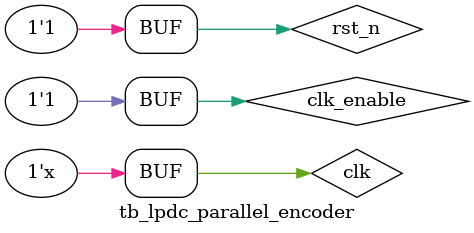
<source format=v>
`timescale 1ns / 1ps

module tb_lpdc_parallel_encoder();

reg                     clk;
reg                     rst_n;
reg                     clk_enable;
reg                     bit_in;

ldpc_parallel_encoder ldpc_parallel_encoder_inst(
    .clk                (clk),
    .rst_n              (rst_n),
    .clk_enable         (clk_enable),
    .bit_in             (bit_in),

    .valid_out          (),
    .data_out           ()
);



always begin
    #5 clk = ~clk;
end

initial begin
    clk = 0;
    rst_n = 0;
    clk_enable = 0;

    #20;
    rst_n = 1'b1;

    #20;
    clk_enable = 1'b1;
    // #1000;
    // $finish;
end

always @(posedge clk or negedge rst_n) begin
    if (!rst_n)
        bit_in <= 0;
    else begin
        if (clk_enable == 1)
            bit_in <= ~bit_in;
    end
end

endmodule

</source>
